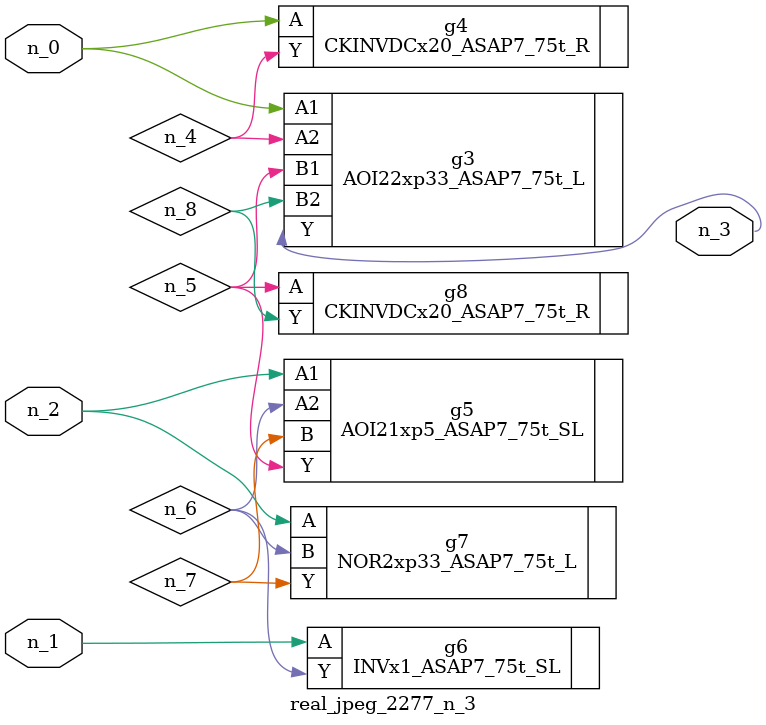
<source format=v>
module real_jpeg_2277_n_3 (n_1, n_0, n_2, n_3);

input n_1;
input n_0;
input n_2;

output n_3;

wire n_5;
wire n_8;
wire n_4;
wire n_6;
wire n_7;

AOI22xp33_ASAP7_75t_L g3 ( 
.A1(n_0),
.A2(n_4),
.B1(n_5),
.B2(n_8),
.Y(n_3)
);

CKINVDCx20_ASAP7_75t_R g4 ( 
.A(n_0),
.Y(n_4)
);

INVx1_ASAP7_75t_SL g6 ( 
.A(n_1),
.Y(n_6)
);

AOI21xp5_ASAP7_75t_SL g5 ( 
.A1(n_2),
.A2(n_6),
.B(n_7),
.Y(n_5)
);

NOR2xp33_ASAP7_75t_L g7 ( 
.A(n_2),
.B(n_6),
.Y(n_7)
);

CKINVDCx20_ASAP7_75t_R g8 ( 
.A(n_5),
.Y(n_8)
);


endmodule
</source>
